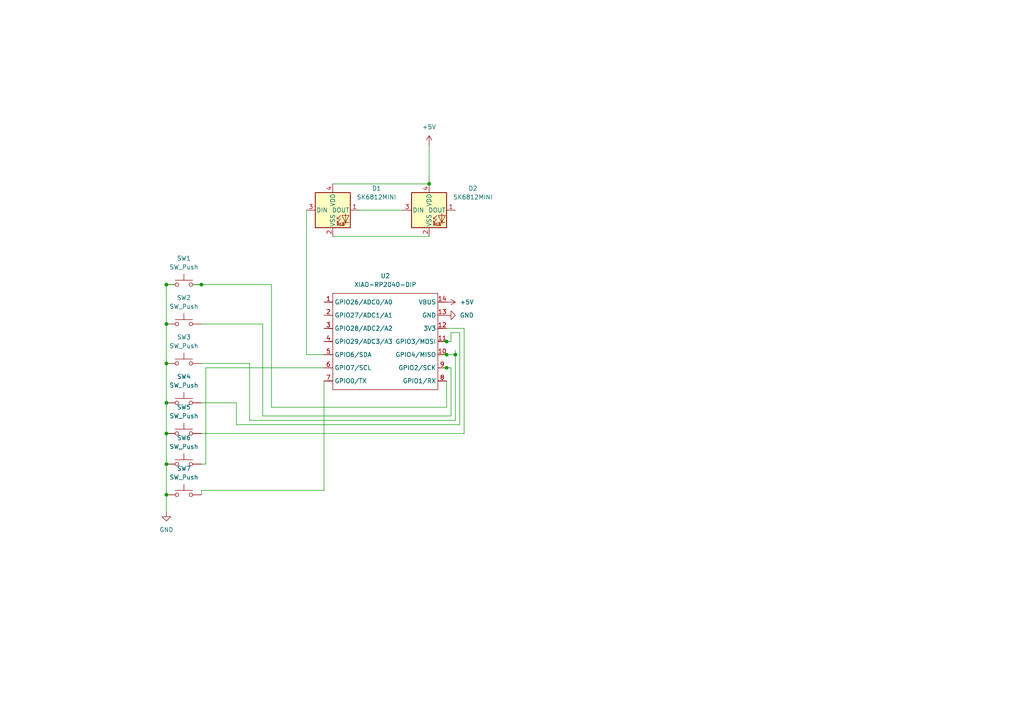
<source format=kicad_sch>
(kicad_sch
	(version 20231120)
	(generator "eeschema")
	(generator_version "8.0")
	(uuid "1856f0eb-ab49-452f-82dd-8247a21eb358")
	(paper "A4")
	(lib_symbols
		(symbol "LED:SK6812MINI"
			(pin_names
				(offset 0.254)
			)
			(exclude_from_sim no)
			(in_bom yes)
			(on_board yes)
			(property "Reference" "D"
				(at 5.08 5.715 0)
				(effects
					(font
						(size 1.27 1.27)
					)
					(justify right bottom)
				)
			)
			(property "Value" "SK6812MINI"
				(at 1.27 -5.715 0)
				(effects
					(font
						(size 1.27 1.27)
					)
					(justify left top)
				)
			)
			(property "Footprint" "LED_SMD:LED_SK6812MINI_PLCC4_3.5x3.5mm_P1.75mm"
				(at 1.27 -7.62 0)
				(effects
					(font
						(size 1.27 1.27)
					)
					(justify left top)
					(hide yes)
				)
			)
			(property "Datasheet" "https://cdn-shop.adafruit.com/product-files/2686/SK6812MINI_REV.01-1-2.pdf"
				(at 2.54 -9.525 0)
				(effects
					(font
						(size 1.27 1.27)
					)
					(justify left top)
					(hide yes)
				)
			)
			(property "Description" "RGB LED with integrated controller"
				(at 0 0 0)
				(effects
					(font
						(size 1.27 1.27)
					)
					(hide yes)
				)
			)
			(property "ki_keywords" "RGB LED NeoPixel Mini addressable"
				(at 0 0 0)
				(effects
					(font
						(size 1.27 1.27)
					)
					(hide yes)
				)
			)
			(property "ki_fp_filters" "LED*SK6812MINI*PLCC*3.5x3.5mm*P1.75mm*"
				(at 0 0 0)
				(effects
					(font
						(size 1.27 1.27)
					)
					(hide yes)
				)
			)
			(symbol "SK6812MINI_0_0"
				(text "RGB"
					(at 2.286 -4.191 0)
					(effects
						(font
							(size 0.762 0.762)
						)
					)
				)
			)
			(symbol "SK6812MINI_0_1"
				(polyline
					(pts
						(xy 1.27 -3.556) (xy 1.778 -3.556)
					)
					(stroke
						(width 0)
						(type default)
					)
					(fill
						(type none)
					)
				)
				(polyline
					(pts
						(xy 1.27 -2.54) (xy 1.778 -2.54)
					)
					(stroke
						(width 0)
						(type default)
					)
					(fill
						(type none)
					)
				)
				(polyline
					(pts
						(xy 4.699 -3.556) (xy 2.667 -3.556)
					)
					(stroke
						(width 0)
						(type default)
					)
					(fill
						(type none)
					)
				)
				(polyline
					(pts
						(xy 2.286 -2.54) (xy 1.27 -3.556) (xy 1.27 -3.048)
					)
					(stroke
						(width 0)
						(type default)
					)
					(fill
						(type none)
					)
				)
				(polyline
					(pts
						(xy 2.286 -1.524) (xy 1.27 -2.54) (xy 1.27 -2.032)
					)
					(stroke
						(width 0)
						(type default)
					)
					(fill
						(type none)
					)
				)
				(polyline
					(pts
						(xy 3.683 -1.016) (xy 3.683 -3.556) (xy 3.683 -4.064)
					)
					(stroke
						(width 0)
						(type default)
					)
					(fill
						(type none)
					)
				)
				(polyline
					(pts
						(xy 4.699 -1.524) (xy 2.667 -1.524) (xy 3.683 -3.556) (xy 4.699 -1.524)
					)
					(stroke
						(width 0)
						(type default)
					)
					(fill
						(type none)
					)
				)
				(rectangle
					(start 5.08 5.08)
					(end -5.08 -5.08)
					(stroke
						(width 0.254)
						(type default)
					)
					(fill
						(type background)
					)
				)
			)
			(symbol "SK6812MINI_1_1"
				(pin output line
					(at 7.62 0 180)
					(length 2.54)
					(name "DOUT"
						(effects
							(font
								(size 1.27 1.27)
							)
						)
					)
					(number "1"
						(effects
							(font
								(size 1.27 1.27)
							)
						)
					)
				)
				(pin power_in line
					(at 0 -7.62 90)
					(length 2.54)
					(name "VSS"
						(effects
							(font
								(size 1.27 1.27)
							)
						)
					)
					(number "2"
						(effects
							(font
								(size 1.27 1.27)
							)
						)
					)
				)
				(pin input line
					(at -7.62 0 0)
					(length 2.54)
					(name "DIN"
						(effects
							(font
								(size 1.27 1.27)
							)
						)
					)
					(number "3"
						(effects
							(font
								(size 1.27 1.27)
							)
						)
					)
				)
				(pin power_in line
					(at 0 7.62 270)
					(length 2.54)
					(name "VDD"
						(effects
							(font
								(size 1.27 1.27)
							)
						)
					)
					(number "4"
						(effects
							(font
								(size 1.27 1.27)
							)
						)
					)
				)
			)
		)
		(symbol "OPL:XIAO-RP2040-DIP"
			(exclude_from_sim no)
			(in_bom yes)
			(on_board yes)
			(property "Reference" "U"
				(at 0 0 0)
				(effects
					(font
						(size 1.27 1.27)
					)
				)
			)
			(property "Value" "XIAO-RP2040-DIP"
				(at 5.334 -1.778 0)
				(effects
					(font
						(size 1.27 1.27)
					)
				)
			)
			(property "Footprint" "Module:MOUDLE14P-XIAO-DIP-SMD"
				(at 14.478 -32.258 0)
				(effects
					(font
						(size 1.27 1.27)
					)
					(hide yes)
				)
			)
			(property "Datasheet" ""
				(at 0 0 0)
				(effects
					(font
						(size 1.27 1.27)
					)
					(hide yes)
				)
			)
			(property "Description" ""
				(at 0 0 0)
				(effects
					(font
						(size 1.27 1.27)
					)
					(hide yes)
				)
			)
			(symbol "XIAO-RP2040-DIP_1_0"
				(polyline
					(pts
						(xy -1.27 -30.48) (xy -1.27 -16.51)
					)
					(stroke
						(width 0.1524)
						(type solid)
					)
					(fill
						(type none)
					)
				)
				(polyline
					(pts
						(xy -1.27 -27.94) (xy -2.54 -27.94)
					)
					(stroke
						(width 0.1524)
						(type solid)
					)
					(fill
						(type none)
					)
				)
				(polyline
					(pts
						(xy -1.27 -24.13) (xy -2.54 -24.13)
					)
					(stroke
						(width 0.1524)
						(type solid)
					)
					(fill
						(type none)
					)
				)
				(polyline
					(pts
						(xy -1.27 -20.32) (xy -2.54 -20.32)
					)
					(stroke
						(width 0.1524)
						(type solid)
					)
					(fill
						(type none)
					)
				)
				(polyline
					(pts
						(xy -1.27 -16.51) (xy -2.54 -16.51)
					)
					(stroke
						(width 0.1524)
						(type solid)
					)
					(fill
						(type none)
					)
				)
				(polyline
					(pts
						(xy -1.27 -16.51) (xy -1.27 -12.7)
					)
					(stroke
						(width 0.1524)
						(type solid)
					)
					(fill
						(type none)
					)
				)
				(polyline
					(pts
						(xy -1.27 -12.7) (xy -2.54 -12.7)
					)
					(stroke
						(width 0.1524)
						(type solid)
					)
					(fill
						(type none)
					)
				)
				(polyline
					(pts
						(xy -1.27 -12.7) (xy -1.27 -8.89)
					)
					(stroke
						(width 0.1524)
						(type solid)
					)
					(fill
						(type none)
					)
				)
				(polyline
					(pts
						(xy -1.27 -8.89) (xy -2.54 -8.89)
					)
					(stroke
						(width 0.1524)
						(type solid)
					)
					(fill
						(type none)
					)
				)
				(polyline
					(pts
						(xy -1.27 -8.89) (xy -1.27 -5.08)
					)
					(stroke
						(width 0.1524)
						(type solid)
					)
					(fill
						(type none)
					)
				)
				(polyline
					(pts
						(xy -1.27 -5.08) (xy -2.54 -5.08)
					)
					(stroke
						(width 0.1524)
						(type solid)
					)
					(fill
						(type none)
					)
				)
				(polyline
					(pts
						(xy -1.27 -5.08) (xy -1.27 -2.54)
					)
					(stroke
						(width 0.1524)
						(type solid)
					)
					(fill
						(type none)
					)
				)
				(polyline
					(pts
						(xy -1.27 -2.54) (xy 29.21 -2.54)
					)
					(stroke
						(width 0.1524)
						(type solid)
					)
					(fill
						(type none)
					)
				)
				(polyline
					(pts
						(xy 29.21 -30.48) (xy -1.27 -30.48)
					)
					(stroke
						(width 0.1524)
						(type solid)
					)
					(fill
						(type none)
					)
				)
				(polyline
					(pts
						(xy 29.21 -12.7) (xy 29.21 -30.48)
					)
					(stroke
						(width 0.1524)
						(type solid)
					)
					(fill
						(type none)
					)
				)
				(polyline
					(pts
						(xy 29.21 -8.89) (xy 29.21 -12.7)
					)
					(stroke
						(width 0.1524)
						(type solid)
					)
					(fill
						(type none)
					)
				)
				(polyline
					(pts
						(xy 29.21 -5.08) (xy 29.21 -8.89)
					)
					(stroke
						(width 0.1524)
						(type solid)
					)
					(fill
						(type none)
					)
				)
				(polyline
					(pts
						(xy 29.21 -2.54) (xy 29.21 -5.08)
					)
					(stroke
						(width 0.1524)
						(type solid)
					)
					(fill
						(type none)
					)
				)
				(polyline
					(pts
						(xy 30.48 -27.94) (xy 29.21 -27.94)
					)
					(stroke
						(width 0.1524)
						(type solid)
					)
					(fill
						(type none)
					)
				)
				(polyline
					(pts
						(xy 30.48 -24.13) (xy 29.21 -24.13)
					)
					(stroke
						(width 0.1524)
						(type solid)
					)
					(fill
						(type none)
					)
				)
				(polyline
					(pts
						(xy 30.48 -20.32) (xy 29.21 -20.32)
					)
					(stroke
						(width 0.1524)
						(type solid)
					)
					(fill
						(type none)
					)
				)
				(polyline
					(pts
						(xy 30.48 -16.51) (xy 29.21 -16.51)
					)
					(stroke
						(width 0.1524)
						(type solid)
					)
					(fill
						(type none)
					)
				)
				(polyline
					(pts
						(xy 30.48 -12.7) (xy 29.21 -12.7)
					)
					(stroke
						(width 0.1524)
						(type solid)
					)
					(fill
						(type none)
					)
				)
				(polyline
					(pts
						(xy 30.48 -8.89) (xy 29.21 -8.89)
					)
					(stroke
						(width 0.1524)
						(type solid)
					)
					(fill
						(type none)
					)
				)
				(polyline
					(pts
						(xy 30.48 -5.08) (xy 29.21 -5.08)
					)
					(stroke
						(width 0.1524)
						(type solid)
					)
					(fill
						(type none)
					)
				)
				(pin passive line
					(at -3.81 -5.08 0)
					(length 2.54)
					(name "GPIO26/ADC0/A0"
						(effects
							(font
								(size 1.27 1.27)
							)
						)
					)
					(number "1"
						(effects
							(font
								(size 1.27 1.27)
							)
						)
					)
				)
				(pin passive line
					(at 31.75 -20.32 180)
					(length 2.54)
					(name "GPIO4/MISO"
						(effects
							(font
								(size 1.27 1.27)
							)
						)
					)
					(number "10"
						(effects
							(font
								(size 1.27 1.27)
							)
						)
					)
				)
				(pin passive line
					(at 31.75 -16.51 180)
					(length 2.54)
					(name "GPIO3/MOSI"
						(effects
							(font
								(size 1.27 1.27)
							)
						)
					)
					(number "11"
						(effects
							(font
								(size 1.27 1.27)
							)
						)
					)
				)
				(pin passive line
					(at 31.75 -12.7 180)
					(length 2.54)
					(name "3V3"
						(effects
							(font
								(size 1.27 1.27)
							)
						)
					)
					(number "12"
						(effects
							(font
								(size 1.27 1.27)
							)
						)
					)
				)
				(pin passive line
					(at 31.75 -8.89 180)
					(length 2.54)
					(name "GND"
						(effects
							(font
								(size 1.27 1.27)
							)
						)
					)
					(number "13"
						(effects
							(font
								(size 1.27 1.27)
							)
						)
					)
				)
				(pin passive line
					(at 31.75 -5.08 180)
					(length 2.54)
					(name "VBUS"
						(effects
							(font
								(size 1.27 1.27)
							)
						)
					)
					(number "14"
						(effects
							(font
								(size 1.27 1.27)
							)
						)
					)
				)
				(pin passive line
					(at -3.81 -8.89 0)
					(length 2.54)
					(name "GPIO27/ADC1/A1"
						(effects
							(font
								(size 1.27 1.27)
							)
						)
					)
					(number "2"
						(effects
							(font
								(size 1.27 1.27)
							)
						)
					)
				)
				(pin passive line
					(at -3.81 -12.7 0)
					(length 2.54)
					(name "GPIO28/ADC2/A2"
						(effects
							(font
								(size 1.27 1.27)
							)
						)
					)
					(number "3"
						(effects
							(font
								(size 1.27 1.27)
							)
						)
					)
				)
				(pin passive line
					(at -3.81 -16.51 0)
					(length 2.54)
					(name "GPIO29/ADC3/A3"
						(effects
							(font
								(size 1.27 1.27)
							)
						)
					)
					(number "4"
						(effects
							(font
								(size 1.27 1.27)
							)
						)
					)
				)
				(pin passive line
					(at -3.81 -20.32 0)
					(length 2.54)
					(name "GPIO6/SDA"
						(effects
							(font
								(size 1.27 1.27)
							)
						)
					)
					(number "5"
						(effects
							(font
								(size 1.27 1.27)
							)
						)
					)
				)
				(pin passive line
					(at -3.81 -24.13 0)
					(length 2.54)
					(name "GPIO7/SCL"
						(effects
							(font
								(size 1.27 1.27)
							)
						)
					)
					(number "6"
						(effects
							(font
								(size 1.27 1.27)
							)
						)
					)
				)
				(pin passive line
					(at -3.81 -27.94 0)
					(length 2.54)
					(name "GPIO0/TX"
						(effects
							(font
								(size 1.27 1.27)
							)
						)
					)
					(number "7"
						(effects
							(font
								(size 1.27 1.27)
							)
						)
					)
				)
				(pin passive line
					(at 31.75 -27.94 180)
					(length 2.54)
					(name "GPIO1/RX"
						(effects
							(font
								(size 1.27 1.27)
							)
						)
					)
					(number "8"
						(effects
							(font
								(size 1.27 1.27)
							)
						)
					)
				)
				(pin passive line
					(at 31.75 -24.13 180)
					(length 2.54)
					(name "GPIO2/SCK"
						(effects
							(font
								(size 1.27 1.27)
							)
						)
					)
					(number "9"
						(effects
							(font
								(size 1.27 1.27)
							)
						)
					)
				)
			)
		)
		(symbol "Switch:SW_Push"
			(pin_numbers hide)
			(pin_names
				(offset 1.016) hide)
			(exclude_from_sim no)
			(in_bom yes)
			(on_board yes)
			(property "Reference" "SW"
				(at 1.27 2.54 0)
				(effects
					(font
						(size 1.27 1.27)
					)
					(justify left)
				)
			)
			(property "Value" "SW_Push"
				(at 0 -1.524 0)
				(effects
					(font
						(size 1.27 1.27)
					)
				)
			)
			(property "Footprint" ""
				(at 0 5.08 0)
				(effects
					(font
						(size 1.27 1.27)
					)
					(hide yes)
				)
			)
			(property "Datasheet" "~"
				(at 0 5.08 0)
				(effects
					(font
						(size 1.27 1.27)
					)
					(hide yes)
				)
			)
			(property "Description" "Push button switch, generic, two pins"
				(at 0 0 0)
				(effects
					(font
						(size 1.27 1.27)
					)
					(hide yes)
				)
			)
			(property "ki_keywords" "switch normally-open pushbutton push-button"
				(at 0 0 0)
				(effects
					(font
						(size 1.27 1.27)
					)
					(hide yes)
				)
			)
			(symbol "SW_Push_0_1"
				(circle
					(center -2.032 0)
					(radius 0.508)
					(stroke
						(width 0)
						(type default)
					)
					(fill
						(type none)
					)
				)
				(polyline
					(pts
						(xy 0 1.27) (xy 0 3.048)
					)
					(stroke
						(width 0)
						(type default)
					)
					(fill
						(type none)
					)
				)
				(polyline
					(pts
						(xy 2.54 1.27) (xy -2.54 1.27)
					)
					(stroke
						(width 0)
						(type default)
					)
					(fill
						(type none)
					)
				)
				(circle
					(center 2.032 0)
					(radius 0.508)
					(stroke
						(width 0)
						(type default)
					)
					(fill
						(type none)
					)
				)
				(pin passive line
					(at -5.08 0 0)
					(length 2.54)
					(name "1"
						(effects
							(font
								(size 1.27 1.27)
							)
						)
					)
					(number "1"
						(effects
							(font
								(size 1.27 1.27)
							)
						)
					)
				)
				(pin passive line
					(at 5.08 0 180)
					(length 2.54)
					(name "2"
						(effects
							(font
								(size 1.27 1.27)
							)
						)
					)
					(number "2"
						(effects
							(font
								(size 1.27 1.27)
							)
						)
					)
				)
			)
		)
		(symbol "power:+5V"
			(power)
			(pin_numbers hide)
			(pin_names
				(offset 0) hide)
			(exclude_from_sim no)
			(in_bom yes)
			(on_board yes)
			(property "Reference" "#PWR"
				(at 0 -3.81 0)
				(effects
					(font
						(size 1.27 1.27)
					)
					(hide yes)
				)
			)
			(property "Value" "+5V"
				(at 0 3.556 0)
				(effects
					(font
						(size 1.27 1.27)
					)
				)
			)
			(property "Footprint" ""
				(at 0 0 0)
				(effects
					(font
						(size 1.27 1.27)
					)
					(hide yes)
				)
			)
			(property "Datasheet" ""
				(at 0 0 0)
				(effects
					(font
						(size 1.27 1.27)
					)
					(hide yes)
				)
			)
			(property "Description" "Power symbol creates a global label with name \"+5V\""
				(at 0 0 0)
				(effects
					(font
						(size 1.27 1.27)
					)
					(hide yes)
				)
			)
			(property "ki_keywords" "global power"
				(at 0 0 0)
				(effects
					(font
						(size 1.27 1.27)
					)
					(hide yes)
				)
			)
			(symbol "+5V_0_1"
				(polyline
					(pts
						(xy -0.762 1.27) (xy 0 2.54)
					)
					(stroke
						(width 0)
						(type default)
					)
					(fill
						(type none)
					)
				)
				(polyline
					(pts
						(xy 0 0) (xy 0 2.54)
					)
					(stroke
						(width 0)
						(type default)
					)
					(fill
						(type none)
					)
				)
				(polyline
					(pts
						(xy 0 2.54) (xy 0.762 1.27)
					)
					(stroke
						(width 0)
						(type default)
					)
					(fill
						(type none)
					)
				)
			)
			(symbol "+5V_1_1"
				(pin power_in line
					(at 0 0 90)
					(length 0)
					(name "~"
						(effects
							(font
								(size 1.27 1.27)
							)
						)
					)
					(number "1"
						(effects
							(font
								(size 1.27 1.27)
							)
						)
					)
				)
			)
		)
		(symbol "power:GND"
			(power)
			(pin_numbers hide)
			(pin_names
				(offset 0) hide)
			(exclude_from_sim no)
			(in_bom yes)
			(on_board yes)
			(property "Reference" "#PWR"
				(at 0 -6.35 0)
				(effects
					(font
						(size 1.27 1.27)
					)
					(hide yes)
				)
			)
			(property "Value" "GND"
				(at 0 -3.81 0)
				(effects
					(font
						(size 1.27 1.27)
					)
				)
			)
			(property "Footprint" ""
				(at 0 0 0)
				(effects
					(font
						(size 1.27 1.27)
					)
					(hide yes)
				)
			)
			(property "Datasheet" ""
				(at 0 0 0)
				(effects
					(font
						(size 1.27 1.27)
					)
					(hide yes)
				)
			)
			(property "Description" "Power symbol creates a global label with name \"GND\" , ground"
				(at 0 0 0)
				(effects
					(font
						(size 1.27 1.27)
					)
					(hide yes)
				)
			)
			(property "ki_keywords" "global power"
				(at 0 0 0)
				(effects
					(font
						(size 1.27 1.27)
					)
					(hide yes)
				)
			)
			(symbol "GND_0_1"
				(polyline
					(pts
						(xy 0 0) (xy 0 -1.27) (xy 1.27 -1.27) (xy 0 -2.54) (xy -1.27 -1.27) (xy 0 -1.27)
					)
					(stroke
						(width 0)
						(type default)
					)
					(fill
						(type none)
					)
				)
			)
			(symbol "GND_1_1"
				(pin power_in line
					(at 0 0 270)
					(length 0)
					(name "~"
						(effects
							(font
								(size 1.27 1.27)
							)
						)
					)
					(number "1"
						(effects
							(font
								(size 1.27 1.27)
							)
						)
					)
				)
			)
		)
	)
	(junction
		(at 132.08 102.87)
		(diameter 0)
		(color 0 0 0 0)
		(uuid "0fdadefc-9ae4-40ae-81fc-a9da0d66e50a")
	)
	(junction
		(at 48.26 82.55)
		(diameter 0)
		(color 0 0 0 0)
		(uuid "3b86992f-d68c-4bad-a057-65b4b8f51a92")
	)
	(junction
		(at 124.46 53.34)
		(diameter 0)
		(color 0 0 0 0)
		(uuid "46fc11a5-cb33-4091-8273-2167bbfe4454")
	)
	(junction
		(at 48.26 105.41)
		(diameter 0)
		(color 0 0 0 0)
		(uuid "64630a2f-78bd-4e89-a08c-b9fa4505b463")
	)
	(junction
		(at 48.26 143.51)
		(diameter 0)
		(color 0 0 0 0)
		(uuid "7d32ced4-a098-4dcd-bdd7-84db254390c5")
	)
	(junction
		(at 129.54 99.06)
		(diameter 0)
		(color 0 0 0 0)
		(uuid "960eb7ce-5794-4cec-b3de-64ac0db948f0")
	)
	(junction
		(at 129.54 106.68)
		(diameter 0)
		(color 0 0 0 0)
		(uuid "aa2b1f15-9886-42fc-84c6-1ea6171c9395")
	)
	(junction
		(at 58.42 82.55)
		(diameter 0)
		(color 0 0 0 0)
		(uuid "abd857ea-50f8-400a-9d27-be0a701a692a")
	)
	(junction
		(at 48.26 125.73)
		(diameter 0)
		(color 0 0 0 0)
		(uuid "aea50d20-6be6-483e-b8c6-55f649b6ff39")
	)
	(junction
		(at 48.26 93.98)
		(diameter 0)
		(color 0 0 0 0)
		(uuid "b1ed232b-3de5-4730-9770-262711df3010")
	)
	(junction
		(at 48.26 134.62)
		(diameter 0)
		(color 0 0 0 0)
		(uuid "c9cd4f84-9f10-4a33-9023-53449693fc60")
	)
	(junction
		(at 48.26 116.84)
		(diameter 0)
		(color 0 0 0 0)
		(uuid "d53fe474-bef7-43e7-b917-703660b34214")
	)
	(junction
		(at 129.54 102.87)
		(diameter 0)
		(color 0 0 0 0)
		(uuid "d553027b-8817-4170-b683-cbfb197ad37d")
	)
	(wire
		(pts
			(xy 76.2 93.98) (xy 58.42 93.98)
		)
		(stroke
			(width 0)
			(type default)
		)
		(uuid "00758bde-6bba-4023-9eef-f3faf1a47532")
	)
	(wire
		(pts
			(xy 78.74 82.55) (xy 78.74 118.11)
		)
		(stroke
			(width 0)
			(type default)
		)
		(uuid "01937f28-a2fe-46ff-bbdd-e7f6a1b87a5c")
	)
	(wire
		(pts
			(xy 132.08 102.87) (xy 132.08 121.92)
		)
		(stroke
			(width 0)
			(type default)
		)
		(uuid "100f28c1-e9a2-4138-9d21-b0fe2d4efe33")
	)
	(wire
		(pts
			(xy 130.81 96.52) (xy 133.35 96.52)
		)
		(stroke
			(width 0)
			(type default)
		)
		(uuid "12effde9-ce5b-4682-9a70-1e1abc547a87")
	)
	(wire
		(pts
			(xy 72.39 121.92) (xy 72.39 105.41)
		)
		(stroke
			(width 0)
			(type default)
		)
		(uuid "1393fb9b-748a-4420-a5da-38f594e81b7e")
	)
	(wire
		(pts
			(xy 130.81 106.68) (xy 129.54 106.68)
		)
		(stroke
			(width 0)
			(type default)
		)
		(uuid "17937070-58e0-4de3-ab12-417a5eae66a4")
	)
	(wire
		(pts
			(xy 55.88 82.55) (xy 58.42 82.55)
		)
		(stroke
			(width 0)
			(type default)
		)
		(uuid "193efafb-f5c5-4337-818c-af414e2760e4")
	)
	(wire
		(pts
			(xy 48.26 105.41) (xy 48.26 116.84)
		)
		(stroke
			(width 0)
			(type default)
		)
		(uuid "19844a72-cbb6-4224-aa6a-d99cbb90a300")
	)
	(wire
		(pts
			(xy 128.27 99.06) (xy 129.54 99.06)
		)
		(stroke
			(width 0)
			(type default)
		)
		(uuid "1e07f78d-ee71-44b7-8a14-39a43357e1c7")
	)
	(wire
		(pts
			(xy 129.54 118.11) (xy 129.54 110.49)
		)
		(stroke
			(width 0)
			(type default)
		)
		(uuid "27e300d5-3602-4ab7-aa2c-119f6b930634")
	)
	(wire
		(pts
			(xy 48.26 82.55) (xy 48.26 93.98)
		)
		(stroke
			(width 0)
			(type default)
		)
		(uuid "2b2c7a60-e8de-459c-b04e-f813f90d8eda")
	)
	(wire
		(pts
			(xy 134.62 125.73) (xy 58.42 125.73)
		)
		(stroke
			(width 0)
			(type default)
		)
		(uuid "2c0cfbc4-0c92-4803-9146-520ba5f807b2")
	)
	(wire
		(pts
			(xy 132.08 102.87) (xy 129.54 102.87)
		)
		(stroke
			(width 0)
			(type default)
		)
		(uuid "317461d0-6a14-4987-9523-8218fcfd6319")
	)
	(wire
		(pts
			(xy 129.54 95.25) (xy 134.62 95.25)
		)
		(stroke
			(width 0)
			(type default)
		)
		(uuid "32b50833-59a9-496a-aee2-6cb3028ecd80")
	)
	(wire
		(pts
			(xy 130.81 120.65) (xy 76.2 120.65)
		)
		(stroke
			(width 0)
			(type default)
		)
		(uuid "3338b4db-aa7f-466c-b7b7-f59e197bf9bd")
	)
	(wire
		(pts
			(xy 58.42 82.55) (xy 78.74 82.55)
		)
		(stroke
			(width 0)
			(type default)
		)
		(uuid "3c2f684c-097f-4dcd-adad-b5ca97329c61")
	)
	(wire
		(pts
			(xy 48.26 125.73) (xy 48.26 134.62)
		)
		(stroke
			(width 0)
			(type default)
		)
		(uuid "4bfd2d38-0585-4640-878e-461268907ad4")
	)
	(wire
		(pts
			(xy 96.52 53.34) (xy 124.46 53.34)
		)
		(stroke
			(width 0)
			(type default)
		)
		(uuid "4ca1e9a0-be9d-42a1-9acb-b10f7f3eb59d")
	)
	(wire
		(pts
			(xy 130.81 106.68) (xy 130.81 120.65)
		)
		(stroke
			(width 0)
			(type default)
		)
		(uuid "540654a6-f9a3-4e20-aa33-e3bee1fa9d7d")
	)
	(wire
		(pts
			(xy 133.35 123.19) (xy 68.58 123.19)
		)
		(stroke
			(width 0)
			(type default)
		)
		(uuid "54e9a111-2a4c-4092-a9e5-f0b29799dd74")
	)
	(wire
		(pts
			(xy 130.81 96.52) (xy 130.81 99.06)
		)
		(stroke
			(width 0)
			(type default)
		)
		(uuid "61570286-70cb-4f1f-8b0b-f96b96ed4744")
	)
	(wire
		(pts
			(xy 68.58 123.19) (xy 68.58 116.84)
		)
		(stroke
			(width 0)
			(type default)
		)
		(uuid "67f40321-67fc-47c9-870f-f6eb65fb80da")
	)
	(wire
		(pts
			(xy 58.42 142.24) (xy 58.42 143.51)
		)
		(stroke
			(width 0)
			(type default)
		)
		(uuid "67fbef8d-9bdc-4214-aee8-6be0cf76dbd8")
	)
	(wire
		(pts
			(xy 48.26 93.98) (xy 48.26 105.41)
		)
		(stroke
			(width 0)
			(type default)
		)
		(uuid "6cb12337-9be5-49e3-ab39-41ce87c8b7d9")
	)
	(wire
		(pts
			(xy 58.42 105.41) (xy 72.39 105.41)
		)
		(stroke
			(width 0)
			(type default)
		)
		(uuid "6e5f2031-d4de-4e5c-84b2-a8ede6379b82")
	)
	(wire
		(pts
			(xy 78.74 118.11) (xy 129.54 118.11)
		)
		(stroke
			(width 0)
			(type default)
		)
		(uuid "718ce3a2-f632-4c62-af69-c3878f08fc2d")
	)
	(wire
		(pts
			(xy 48.26 116.84) (xy 48.26 125.73)
		)
		(stroke
			(width 0)
			(type default)
		)
		(uuid "719a6d64-7589-4edb-83d4-a27eabc3c3d9")
	)
	(wire
		(pts
			(xy 128.27 102.87) (xy 129.54 102.87)
		)
		(stroke
			(width 0)
			(type default)
		)
		(uuid "7dff369f-cf06-49e8-8157-502ffcbc0be3")
	)
	(wire
		(pts
			(xy 104.14 60.96) (xy 116.84 60.96)
		)
		(stroke
			(width 0)
			(type default)
		)
		(uuid "7f38cc1a-8f6b-4b01-9b72-2d2805fbe806")
	)
	(wire
		(pts
			(xy 59.69 134.62) (xy 58.42 134.62)
		)
		(stroke
			(width 0)
			(type default)
		)
		(uuid "82141d3c-5cb5-4c50-98c0-d79aef5eeaa5")
	)
	(wire
		(pts
			(xy 59.69 106.68) (xy 59.69 134.62)
		)
		(stroke
			(width 0)
			(type default)
		)
		(uuid "889435ed-6a54-4cb0-a284-9e810069e125")
	)
	(wire
		(pts
			(xy 93.98 110.49) (xy 93.98 142.24)
		)
		(stroke
			(width 0)
			(type default)
		)
		(uuid "95231cc3-0497-417c-874f-a070cc6e3404")
	)
	(wire
		(pts
			(xy 93.98 106.68) (xy 59.69 106.68)
		)
		(stroke
			(width 0)
			(type default)
		)
		(uuid "9ea94c8b-7d24-4c00-a7f9-01f8c9db8ea3")
	)
	(wire
		(pts
			(xy 48.26 82.55) (xy 50.8 82.55)
		)
		(stroke
			(width 0)
			(type default)
		)
		(uuid "aada6eff-c0a3-41f5-bd81-bc9559687c79")
	)
	(wire
		(pts
			(xy 133.35 96.52) (xy 133.35 123.19)
		)
		(stroke
			(width 0)
			(type default)
		)
		(uuid "ac6d345e-b079-4f23-a146-48ef9e3b64ff")
	)
	(wire
		(pts
			(xy 93.98 142.24) (xy 58.42 142.24)
		)
		(stroke
			(width 0)
			(type default)
		)
		(uuid "b2ae9cb2-e264-4e7a-9d0d-487447812c09")
	)
	(wire
		(pts
			(xy 58.42 116.84) (xy 68.58 116.84)
		)
		(stroke
			(width 0)
			(type default)
		)
		(uuid "b651e788-29f9-443a-959e-df7cfea7a022")
	)
	(wire
		(pts
			(xy 124.46 41.91) (xy 124.46 53.34)
		)
		(stroke
			(width 0)
			(type default)
		)
		(uuid "bb0bb6cd-c3fa-4aa4-ac66-7e8752467b64")
	)
	(wire
		(pts
			(xy 130.81 99.06) (xy 129.54 99.06)
		)
		(stroke
			(width 0)
			(type default)
		)
		(uuid "bb63d9b0-6690-47f8-a9ab-03badf1c9943")
	)
	(wire
		(pts
			(xy 132.08 101.6) (xy 132.08 102.87)
		)
		(stroke
			(width 0)
			(type default)
		)
		(uuid "c6c88d15-e2ed-4538-ad88-97dc95fbdb61")
	)
	(wire
		(pts
			(xy 76.2 120.65) (xy 76.2 93.98)
		)
		(stroke
			(width 0)
			(type default)
		)
		(uuid "cc017568-abdb-4351-b38e-871a897cbd55")
	)
	(wire
		(pts
			(xy 48.26 134.62) (xy 48.26 143.51)
		)
		(stroke
			(width 0)
			(type default)
		)
		(uuid "dc6f9115-566d-485e-848d-73ecd61a1c1c")
	)
	(wire
		(pts
			(xy 132.08 121.92) (xy 72.39 121.92)
		)
		(stroke
			(width 0)
			(type default)
		)
		(uuid "dcc9f37c-089a-40b9-91c5-14d0c7cdcf40")
	)
	(wire
		(pts
			(xy 88.9 102.87) (xy 93.98 102.87)
		)
		(stroke
			(width 0)
			(type default)
		)
		(uuid "de564037-425a-427a-9d01-39e418d1edf8")
	)
	(wire
		(pts
			(xy 96.52 68.58) (xy 124.46 68.58)
		)
		(stroke
			(width 0)
			(type default)
		)
		(uuid "dedef134-f534-4db5-8565-873b1d3d133b")
	)
	(wire
		(pts
			(xy 128.27 106.68) (xy 129.54 106.68)
		)
		(stroke
			(width 0)
			(type default)
		)
		(uuid "e35f2daf-e86e-445c-8e31-7bb6ee7bd0ad")
	)
	(wire
		(pts
			(xy 88.9 102.87) (xy 88.9 60.96)
		)
		(stroke
			(width 0)
			(type default)
		)
		(uuid "f78298c1-f3bf-4bda-b6cf-0775c44b6a9d")
	)
	(wire
		(pts
			(xy 134.62 95.25) (xy 134.62 125.73)
		)
		(stroke
			(width 0)
			(type default)
		)
		(uuid "f80131a8-f833-40a5-8fc5-774177094f34")
	)
	(wire
		(pts
			(xy 48.26 143.51) (xy 48.26 148.59)
		)
		(stroke
			(width 0)
			(type default)
		)
		(uuid "f93bb329-5a0c-4407-b638-d152b990fec1")
	)
	(symbol
		(lib_id "Switch:SW_Push")
		(at 53.34 93.98 0)
		(unit 1)
		(exclude_from_sim no)
		(in_bom yes)
		(on_board yes)
		(dnp no)
		(fields_autoplaced yes)
		(uuid "09fb0e17-383d-4690-9b21-929b51effe68")
		(property "Reference" "SW2"
			(at 53.34 86.36 0)
			(effects
				(font
					(size 1.27 1.27)
				)
			)
		)
		(property "Value" "SW_Push"
			(at 53.34 88.9 0)
			(effects
				(font
					(size 1.27 1.27)
				)
			)
		)
		(property "Footprint" "Button_Switch_Keyboard:SW_Cherry_MX_1.00u_PCB"
			(at 53.34 88.9 0)
			(effects
				(font
					(size 1.27 1.27)
				)
				(hide yes)
			)
		)
		(property "Datasheet" "~"
			(at 53.34 88.9 0)
			(effects
				(font
					(size 1.27 1.27)
				)
				(hide yes)
			)
		)
		(property "Description" "Push button switch, generic, two pins"
			(at 53.34 93.98 0)
			(effects
				(font
					(size 1.27 1.27)
				)
				(hide yes)
			)
		)
		(pin "1"
			(uuid "13d115cf-0259-4d28-959a-12657874e589")
		)
		(pin "2"
			(uuid "3fd4735a-6aa7-4e6a-9d08-71e4370b06bd")
		)
		(instances
			(project ""
				(path "/1856f0eb-ab49-452f-82dd-8247a21eb358"
					(reference "SW2")
					(unit 1)
				)
			)
		)
	)
	(symbol
		(lib_id "Switch:SW_Push")
		(at 53.34 143.51 0)
		(unit 1)
		(exclude_from_sim no)
		(in_bom yes)
		(on_board yes)
		(dnp no)
		(fields_autoplaced yes)
		(uuid "1368214d-6947-4494-8655-54ac585e41ca")
		(property "Reference" "SW7"
			(at 53.34 135.89 0)
			(effects
				(font
					(size 1.27 1.27)
				)
			)
		)
		(property "Value" "SW_Push"
			(at 53.34 138.43 0)
			(effects
				(font
					(size 1.27 1.27)
				)
			)
		)
		(property "Footprint" "Button_Switch_Keyboard:SW_Cherry_MX_1.00u_PCB"
			(at 53.34 138.43 0)
			(effects
				(font
					(size 1.27 1.27)
				)
				(hide yes)
			)
		)
		(property "Datasheet" "~"
			(at 53.34 138.43 0)
			(effects
				(font
					(size 1.27 1.27)
				)
				(hide yes)
			)
		)
		(property "Description" "Push button switch, generic, two pins"
			(at 53.34 143.51 0)
			(effects
				(font
					(size 1.27 1.27)
				)
				(hide yes)
			)
		)
		(pin "1"
			(uuid "1eddd4eb-53b6-4047-a012-62d7f01c74b5")
		)
		(pin "2"
			(uuid "d20e9cb7-aa28-44cd-b2fd-a811f0473a24")
		)
		(instances
			(project "Hackpad_kicadfile"
				(path "/1856f0eb-ab49-452f-82dd-8247a21eb358"
					(reference "SW7")
					(unit 1)
				)
			)
		)
	)
	(symbol
		(lib_id "power:+5V")
		(at 129.54 87.63 270)
		(unit 1)
		(exclude_from_sim no)
		(in_bom yes)
		(on_board yes)
		(dnp no)
		(fields_autoplaced yes)
		(uuid "2d63fedf-ce7a-4900-9eda-d7db8096ac5e")
		(property "Reference" "#PWR03"
			(at 125.73 87.63 0)
			(effects
				(font
					(size 1.27 1.27)
				)
				(hide yes)
			)
		)
		(property "Value" "+5V"
			(at 133.35 87.6299 90)
			(effects
				(font
					(size 1.27 1.27)
				)
				(justify left)
			)
		)
		(property "Footprint" ""
			(at 129.54 87.63 0)
			(effects
				(font
					(size 1.27 1.27)
				)
				(hide yes)
			)
		)
		(property "Datasheet" ""
			(at 129.54 87.63 0)
			(effects
				(font
					(size 1.27 1.27)
				)
				(hide yes)
			)
		)
		(property "Description" "Power symbol creates a global label with name \"+5V\""
			(at 129.54 87.63 0)
			(effects
				(font
					(size 1.27 1.27)
				)
				(hide yes)
			)
		)
		(pin "1"
			(uuid "5b0c4b29-fafa-4d19-bf65-2439043e65f8")
		)
		(instances
			(project ""
				(path "/1856f0eb-ab49-452f-82dd-8247a21eb358"
					(reference "#PWR03")
					(unit 1)
				)
			)
		)
	)
	(symbol
		(lib_id "LED:SK6812MINI")
		(at 124.46 60.96 0)
		(unit 1)
		(exclude_from_sim no)
		(in_bom yes)
		(on_board yes)
		(dnp no)
		(fields_autoplaced yes)
		(uuid "368a7865-ebb7-4016-9d2d-ff3ccad0337a")
		(property "Reference" "D2"
			(at 137.16 54.6414 0)
			(effects
				(font
					(size 1.27 1.27)
				)
			)
		)
		(property "Value" "SK6812MINI"
			(at 137.16 57.1814 0)
			(effects
				(font
					(size 1.27 1.27)
				)
			)
		)
		(property "Footprint" "LED_SMD:LED_SK6812MINI_PLCC4_3.5x3.5mm_P1.75mm"
			(at 125.73 68.58 0)
			(effects
				(font
					(size 1.27 1.27)
				)
				(justify left top)
				(hide yes)
			)
		)
		(property "Datasheet" "https://cdn-shop.adafruit.com/product-files/2686/SK6812MINI_REV.01-1-2.pdf"
			(at 127 70.485 0)
			(effects
				(font
					(size 1.27 1.27)
				)
				(justify left top)
				(hide yes)
			)
		)
		(property "Description" "RGB LED with integrated controller"
			(at 124.46 60.96 0)
			(effects
				(font
					(size 1.27 1.27)
				)
				(hide yes)
			)
		)
		(pin "2"
			(uuid "25ab146c-4c23-4e3f-b86e-214d66e4fabd")
		)
		(pin "4"
			(uuid "3f79c2fd-fb6d-49fe-84d0-ec7116b7c60f")
		)
		(pin "3"
			(uuid "e85f3516-be80-4ef9-bc05-bcc628160cb8")
		)
		(pin "1"
			(uuid "59973433-7592-4b92-aede-6735630efba8")
		)
		(instances
			(project ""
				(path "/1856f0eb-ab49-452f-82dd-8247a21eb358"
					(reference "D2")
					(unit 1)
				)
			)
		)
	)
	(symbol
		(lib_id "power:+5V")
		(at 124.46 41.91 0)
		(unit 1)
		(exclude_from_sim no)
		(in_bom yes)
		(on_board yes)
		(dnp no)
		(fields_autoplaced yes)
		(uuid "37a786d8-5db5-4031-a67e-10aeee19b168")
		(property "Reference" "#PWR02"
			(at 124.46 45.72 0)
			(effects
				(font
					(size 1.27 1.27)
				)
				(hide yes)
			)
		)
		(property "Value" "+5V"
			(at 124.46 36.83 0)
			(effects
				(font
					(size 1.27 1.27)
				)
			)
		)
		(property "Footprint" ""
			(at 124.46 41.91 0)
			(effects
				(font
					(size 1.27 1.27)
				)
				(hide yes)
			)
		)
		(property "Datasheet" ""
			(at 124.46 41.91 0)
			(effects
				(font
					(size 1.27 1.27)
				)
				(hide yes)
			)
		)
		(property "Description" "Power symbol creates a global label with name \"+5V\""
			(at 124.46 41.91 0)
			(effects
				(font
					(size 1.27 1.27)
				)
				(hide yes)
			)
		)
		(pin "1"
			(uuid "bbf61c9f-8572-4eb3-bd0d-aca6a2022e97")
		)
		(instances
			(project ""
				(path "/1856f0eb-ab49-452f-82dd-8247a21eb358"
					(reference "#PWR02")
					(unit 1)
				)
			)
		)
	)
	(symbol
		(lib_id "Switch:SW_Push")
		(at 53.34 116.84 0)
		(unit 1)
		(exclude_from_sim no)
		(in_bom yes)
		(on_board yes)
		(dnp no)
		(fields_autoplaced yes)
		(uuid "6727dcd5-acab-4041-a58f-bd7c24b17fa0")
		(property "Reference" "SW4"
			(at 53.34 109.22 0)
			(effects
				(font
					(size 1.27 1.27)
				)
			)
		)
		(property "Value" "SW_Push"
			(at 53.34 111.76 0)
			(effects
				(font
					(size 1.27 1.27)
				)
			)
		)
		(property "Footprint" "Button_Switch_Keyboard:SW_Cherry_MX_1.00u_PCB"
			(at 53.34 111.76 0)
			(effects
				(font
					(size 1.27 1.27)
				)
				(hide yes)
			)
		)
		(property "Datasheet" "~"
			(at 53.34 111.76 0)
			(effects
				(font
					(size 1.27 1.27)
				)
				(hide yes)
			)
		)
		(property "Description" "Push button switch, generic, two pins"
			(at 53.34 116.84 0)
			(effects
				(font
					(size 1.27 1.27)
				)
				(hide yes)
			)
		)
		(pin "1"
			(uuid "fab07b3c-f413-43bd-9fac-518647739f26")
		)
		(pin "2"
			(uuid "977261d6-efcd-42f9-9c8f-853c706a9f7e")
		)
		(instances
			(project ""
				(path "/1856f0eb-ab49-452f-82dd-8247a21eb358"
					(reference "SW4")
					(unit 1)
				)
			)
		)
	)
	(symbol
		(lib_id "power:GND")
		(at 48.26 148.59 0)
		(unit 1)
		(exclude_from_sim no)
		(in_bom yes)
		(on_board yes)
		(dnp no)
		(fields_autoplaced yes)
		(uuid "75af0d86-4e91-4882-85b9-da0713957bfb")
		(property "Reference" "#PWR01"
			(at 48.26 154.94 0)
			(effects
				(font
					(size 1.27 1.27)
				)
				(hide yes)
			)
		)
		(property "Value" "GND"
			(at 48.26 153.67 0)
			(effects
				(font
					(size 1.27 1.27)
				)
			)
		)
		(property "Footprint" ""
			(at 48.26 148.59 0)
			(effects
				(font
					(size 1.27 1.27)
				)
				(hide yes)
			)
		)
		(property "Datasheet" ""
			(at 48.26 148.59 0)
			(effects
				(font
					(size 1.27 1.27)
				)
				(hide yes)
			)
		)
		(property "Description" "Power symbol creates a global label with name \"GND\" , ground"
			(at 48.26 148.59 0)
			(effects
				(font
					(size 1.27 1.27)
				)
				(hide yes)
			)
		)
		(pin "1"
			(uuid "19994eec-33fb-46cd-9f3f-649cf14ad4b8")
		)
		(instances
			(project ""
				(path "/1856f0eb-ab49-452f-82dd-8247a21eb358"
					(reference "#PWR01")
					(unit 1)
				)
			)
		)
	)
	(symbol
		(lib_id "LED:SK6812MINI")
		(at 96.52 60.96 0)
		(unit 1)
		(exclude_from_sim no)
		(in_bom yes)
		(on_board yes)
		(dnp no)
		(fields_autoplaced yes)
		(uuid "8f46bdf3-9467-496b-9a87-fdf7059851ca")
		(property "Reference" "D1"
			(at 109.22 54.6414 0)
			(effects
				(font
					(size 1.27 1.27)
				)
			)
		)
		(property "Value" "SK6812MINI"
			(at 109.22 57.1814 0)
			(effects
				(font
					(size 1.27 1.27)
				)
			)
		)
		(property "Footprint" "LED_SMD:LED_SK6812MINI_PLCC4_3.5x3.5mm_P1.75mm"
			(at 97.79 68.58 0)
			(effects
				(font
					(size 1.27 1.27)
				)
				(justify left top)
				(hide yes)
			)
		)
		(property "Datasheet" "https://cdn-shop.adafruit.com/product-files/2686/SK6812MINI_REV.01-1-2.pdf"
			(at 99.06 70.485 0)
			(effects
				(font
					(size 1.27 1.27)
				)
				(justify left top)
				(hide yes)
			)
		)
		(property "Description" "RGB LED with integrated controller"
			(at 96.52 60.96 0)
			(effects
				(font
					(size 1.27 1.27)
				)
				(hide yes)
			)
		)
		(pin "3"
			(uuid "7c669bc8-a9c0-47a3-8444-59590f59436b")
		)
		(pin "4"
			(uuid "b5d9fcb9-349f-44b5-af82-0c7ded5a99b1")
		)
		(pin "2"
			(uuid "af142556-8920-45d8-8ab3-39866ced4865")
		)
		(pin "1"
			(uuid "d52c1e81-328c-4041-aa7c-1dbd3c381d9c")
		)
		(instances
			(project ""
				(path "/1856f0eb-ab49-452f-82dd-8247a21eb358"
					(reference "D1")
					(unit 1)
				)
			)
		)
	)
	(symbol
		(lib_id "Switch:SW_Push")
		(at 53.34 82.55 0)
		(unit 1)
		(exclude_from_sim no)
		(in_bom yes)
		(on_board yes)
		(dnp no)
		(fields_autoplaced yes)
		(uuid "9e8cf0dd-8eb0-44ba-866e-a826afe8ff0d")
		(property "Reference" "SW1"
			(at 53.34 74.93 0)
			(effects
				(font
					(size 1.27 1.27)
				)
			)
		)
		(property "Value" "SW_Push"
			(at 53.34 77.47 0)
			(effects
				(font
					(size 1.27 1.27)
				)
			)
		)
		(property "Footprint" "Button_Switch_Keyboard:SW_Cherry_MX_1.00u_PCB"
			(at 53.34 77.47 0)
			(effects
				(font
					(size 1.27 1.27)
				)
				(hide yes)
			)
		)
		(property "Datasheet" "~"
			(at 53.34 77.47 0)
			(effects
				(font
					(size 1.27 1.27)
				)
				(hide yes)
			)
		)
		(property "Description" "Push button switch, generic, two pins"
			(at 53.34 82.55 0)
			(effects
				(font
					(size 1.27 1.27)
				)
				(hide yes)
			)
		)
		(pin "1"
			(uuid "e7383f58-b907-49d7-9fa2-4dc3ac02786a")
		)
		(pin "2"
			(uuid "d26a51d7-85c0-4175-90a6-85e1404a53e4")
		)
		(instances
			(project ""
				(path "/1856f0eb-ab49-452f-82dd-8247a21eb358"
					(reference "SW1")
					(unit 1)
				)
			)
		)
	)
	(symbol
		(lib_id "Switch:SW_Push")
		(at 53.34 105.41 0)
		(unit 1)
		(exclude_from_sim no)
		(in_bom yes)
		(on_board yes)
		(dnp no)
		(fields_autoplaced yes)
		(uuid "a70b73c9-999f-40c3-ba0d-963376d55210")
		(property "Reference" "SW3"
			(at 53.34 97.79 0)
			(effects
				(font
					(size 1.27 1.27)
				)
			)
		)
		(property "Value" "SW_Push"
			(at 53.34 100.33 0)
			(effects
				(font
					(size 1.27 1.27)
				)
			)
		)
		(property "Footprint" "Button_Switch_Keyboard:SW_Cherry_MX_1.00u_PCB"
			(at 53.34 100.33 0)
			(effects
				(font
					(size 1.27 1.27)
				)
				(hide yes)
			)
		)
		(property "Datasheet" "~"
			(at 53.34 100.33 0)
			(effects
				(font
					(size 1.27 1.27)
				)
				(hide yes)
			)
		)
		(property "Description" "Push button switch, generic, two pins"
			(at 53.34 105.41 0)
			(effects
				(font
					(size 1.27 1.27)
				)
				(hide yes)
			)
		)
		(pin "2"
			(uuid "66c6282d-ace1-4f58-b893-25616229c23e")
		)
		(pin "1"
			(uuid "0b4e9f4b-9a2c-4ee9-bbac-6058e54e8a9e")
		)
		(instances
			(project ""
				(path "/1856f0eb-ab49-452f-82dd-8247a21eb358"
					(reference "SW3")
					(unit 1)
				)
			)
		)
	)
	(symbol
		(lib_id "Switch:SW_Push")
		(at 53.34 134.62 0)
		(unit 1)
		(exclude_from_sim no)
		(in_bom yes)
		(on_board yes)
		(dnp no)
		(fields_autoplaced yes)
		(uuid "d2866584-703e-4efc-a0da-14a97bb80a2e")
		(property "Reference" "SW6"
			(at 53.34 127 0)
			(effects
				(font
					(size 1.27 1.27)
				)
			)
		)
		(property "Value" "SW_Push"
			(at 53.34 129.54 0)
			(effects
				(font
					(size 1.27 1.27)
				)
			)
		)
		(property "Footprint" "Button_Switch_Keyboard:SW_Cherry_MX_1.00u_PCB"
			(at 53.34 129.54 0)
			(effects
				(font
					(size 1.27 1.27)
				)
				(hide yes)
			)
		)
		(property "Datasheet" "~"
			(at 53.34 129.54 0)
			(effects
				(font
					(size 1.27 1.27)
				)
				(hide yes)
			)
		)
		(property "Description" "Push button switch, generic, two pins"
			(at 53.34 134.62 0)
			(effects
				(font
					(size 1.27 1.27)
				)
				(hide yes)
			)
		)
		(pin "1"
			(uuid "78b653dc-caec-4776-8118-4664fd5b8b7e")
		)
		(pin "2"
			(uuid "c9d5bf41-5bab-4f7d-9a32-39f3c319fdb8")
		)
		(instances
			(project "Hackpad_kicadfile"
				(path "/1856f0eb-ab49-452f-82dd-8247a21eb358"
					(reference "SW6")
					(unit 1)
				)
			)
		)
	)
	(symbol
		(lib_id "power:GND")
		(at 129.54 91.44 90)
		(unit 1)
		(exclude_from_sim no)
		(in_bom yes)
		(on_board yes)
		(dnp no)
		(fields_autoplaced yes)
		(uuid "d8983bf3-3d2a-4a88-b673-7d9698a12332")
		(property "Reference" "#PWR04"
			(at 135.89 91.44 0)
			(effects
				(font
					(size 1.27 1.27)
				)
				(hide yes)
			)
		)
		(property "Value" "GND"
			(at 133.35 91.4399 90)
			(effects
				(font
					(size 1.27 1.27)
				)
				(justify right)
			)
		)
		(property "Footprint" ""
			(at 129.54 91.44 0)
			(effects
				(font
					(size 1.27 1.27)
				)
				(hide yes)
			)
		)
		(property "Datasheet" ""
			(at 129.54 91.44 0)
			(effects
				(font
					(size 1.27 1.27)
				)
				(hide yes)
			)
		)
		(property "Description" "Power symbol creates a global label with name \"GND\" , ground"
			(at 129.54 91.44 0)
			(effects
				(font
					(size 1.27 1.27)
				)
				(hide yes)
			)
		)
		(pin "1"
			(uuid "a83303b5-d968-4b54-b57a-33ac402ad29a")
		)
		(instances
			(project ""
				(path "/1856f0eb-ab49-452f-82dd-8247a21eb358"
					(reference "#PWR04")
					(unit 1)
				)
			)
		)
	)
	(symbol
		(lib_id "OPL:XIAO-RP2040-DIP")
		(at 97.79 82.55 0)
		(unit 1)
		(exclude_from_sim no)
		(in_bom yes)
		(on_board yes)
		(dnp no)
		(fields_autoplaced yes)
		(uuid "e980f536-3f5f-46be-88a3-34cc96518bc7")
		(property "Reference" "U2"
			(at 111.76 80.01 0)
			(effects
				(font
					(size 1.27 1.27)
				)
			)
		)
		(property "Value" "XIAO-RP2040-DIP"
			(at 111.76 82.55 0)
			(effects
				(font
					(size 1.27 1.27)
				)
			)
		)
		(property "Footprint" "OPL:XIAO-RP2040-DIP"
			(at 112.268 114.808 0)
			(effects
				(font
					(size 1.27 1.27)
				)
				(hide yes)
			)
		)
		(property "Datasheet" ""
			(at 97.79 82.55 0)
			(effects
				(font
					(size 1.27 1.27)
				)
				(hide yes)
			)
		)
		(property "Description" ""
			(at 97.79 82.55 0)
			(effects
				(font
					(size 1.27 1.27)
				)
				(hide yes)
			)
		)
		(pin "8"
			(uuid "a95f0d99-9c6c-4818-a4ee-cc80549816e5")
		)
		(pin "3"
			(uuid "39a9d916-7e24-4f9b-be65-0d64c0b5fcdf")
		)
		(pin "13"
			(uuid "1fe452d1-77ef-4b51-803c-476d6a974ca6")
		)
		(pin "6"
			(uuid "2546b6df-fdda-47ac-90ed-7000bd21dd4d")
		)
		(pin "9"
			(uuid "ec7563ef-991f-4c25-b450-28b56640c0de")
		)
		(pin "1"
			(uuid "5b5ec844-c26a-4dc9-b80f-86b2c75bfbd6")
		)
		(pin "2"
			(uuid "43267d0e-84c4-4255-8262-2307e51868bf")
		)
		(pin "7"
			(uuid "a59d1482-7f05-4e0d-a572-9da2e5869178")
		)
		(pin "11"
			(uuid "f87d7b95-5642-4983-9e78-d8fca1a6df51")
		)
		(pin "4"
			(uuid "d13c83ec-cc9c-461e-8a23-3c4fcb282081")
		)
		(pin "5"
			(uuid "8e033c1e-4432-4eab-ad7d-e2f050c55f25")
		)
		(pin "12"
			(uuid "93f80612-14c1-484a-bc23-959a6ed8874e")
		)
		(pin "10"
			(uuid "9ed4b569-ce8d-4162-8ea8-9fabcd3bafa1")
		)
		(pin "14"
			(uuid "0d99eafa-c08f-4110-8500-c99264d307a9")
		)
		(instances
			(project ""
				(path "/1856f0eb-ab49-452f-82dd-8247a21eb358"
					(reference "U2")
					(unit 1)
				)
			)
		)
	)
	(symbol
		(lib_id "Switch:SW_Push")
		(at 53.34 125.73 0)
		(unit 1)
		(exclude_from_sim no)
		(in_bom yes)
		(on_board yes)
		(dnp no)
		(fields_autoplaced yes)
		(uuid "fab938cc-7a82-43ee-8c7e-4ff7ce5b190e")
		(property "Reference" "SW5"
			(at 53.34 118.11 0)
			(effects
				(font
					(size 1.27 1.27)
				)
			)
		)
		(property "Value" "SW_Push"
			(at 53.34 120.65 0)
			(effects
				(font
					(size 1.27 1.27)
				)
			)
		)
		(property "Footprint" "Button_Switch_Keyboard:SW_Cherry_MX_1.00u_PCB"
			(at 53.34 120.65 0)
			(effects
				(font
					(size 1.27 1.27)
				)
				(hide yes)
			)
		)
		(property "Datasheet" "~"
			(at 53.34 120.65 0)
			(effects
				(font
					(size 1.27 1.27)
				)
				(hide yes)
			)
		)
		(property "Description" "Push button switch, generic, two pins"
			(at 53.34 125.73 0)
			(effects
				(font
					(size 1.27 1.27)
				)
				(hide yes)
			)
		)
		(pin "1"
			(uuid "833a2bb4-3ce5-4d99-af73-4ce5aa901175")
		)
		(pin "2"
			(uuid "a39e935c-b83b-472f-9a87-1d2a7ff2d929")
		)
		(instances
			(project "Hackpad_kicadfile"
				(path "/1856f0eb-ab49-452f-82dd-8247a21eb358"
					(reference "SW5")
					(unit 1)
				)
			)
		)
	)
	(sheet_instances
		(path "/"
			(page "1")
		)
	)
)

</source>
